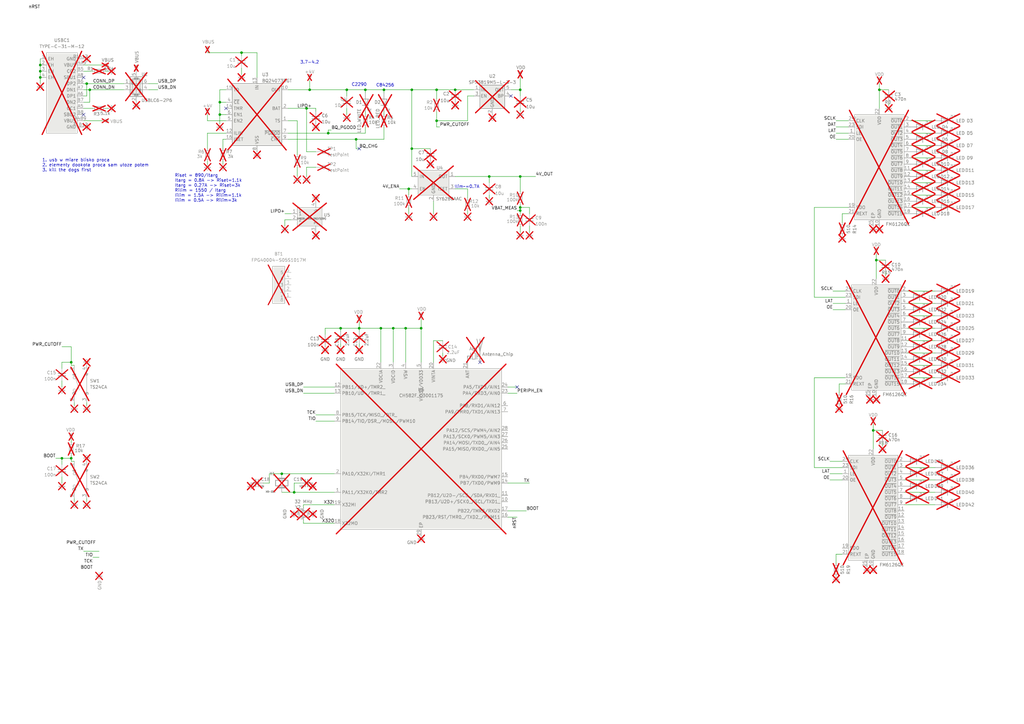
<source format=kicad_sch>
(kicad_sch (version 20250114) (generator "eeschema") (generator_version "9.0")
  (paper "A3")
  (text "C2290" (at 147.32 34.798 0) (effects (font (size 1.27 1.27))))
  (text "Ilim~=0.7A" (at 191.516 76.708 0) (effects (font (size 1.27 1.27))))
  (text "C84256" (at 157.988 35.052 0) (effects (font (size 1.27 1.27))))
  (text "3.7-4.2" (at 127 25.654 0) (effects (font (size 1.27 1.27))))
  (text "1. usb w miare blisko proca\n2. elementy dookoła proca sam ułoze potem\n3. kill the dogs first" (at 17.272 67.818 0) (effects (font (size 1.27 1.27)) (justify left)))
  (text "Riset = 890/Itarg\nItarg = 0.8A -> Riset=1.1k\nItarg = 0.27A -> Riset=3k\nRilim = 1550 / Itarg\nIilim = 1.5A -> Rilim=1.1k\nIilim = 0.5A -> Rilim=3k" (at 71.628 83.058 0) (effects (font (size 1.27 1.27)) (justify left bottom)))
  (junction (at 179.07 49.53))
  (junction (at 146.05 57.15))
  (junction (at 167.64 77.47))
  (junction (at 172.72 134.62))
  (junction (at 99.06 21.59))
  (junction (at 29.21 148.59))
  (junction (at 147.32 134.62))
  (junction (at 358.14 176.53))
  (junction (at 35.56 34.29))
  (junction (at 179.07 36.83))
  (junction (at 16.51 29.21))
  (junction (at 134.62 54.61))
  (junction (at 29.21 187.96))
  (junction (at 16.51 31.75))
  (junction (at 16.51 26.67))
  (junction (at 213.36 85.09))
  (junction (at 213.36 72.39))
  (junction (at 166.37 134.62))
  (junction (at 142.24 36.83))
  (junction (at 213.36 86.36))
  (junction (at 25.4 187.96))
  (junction (at 127 36.83))
  (junction (at 90.17 46.99))
  (junction (at 149.86 36.83))
  (junction (at 200.66 72.39))
  (junction (at 125.73 44.45))
  (junction (at 139.7 134.62))
  (junction (at 115.57 194.31))
  (junction (at 90.17 41.91))
  (junction (at 168.91 36.83))
  (junction (at 360.68 36.83))
  (junction (at 157.48 36.83))
  (junction (at 156.21 134.62))
  (junction (at 213.36 36.83))
  (junction (at 161.29 134.62))
  (junction (at 359.41 106.68))
  (junction (at 36.83 36.83))
  (junction (at 186.69 36.83))
  (junction (at 120.65 201.93))
  (junction (at 168.91 60.96))
  (no_connect (at 196.85 148.59))
  (no_connect (at 147.32 60.96))
  (no_connect (at 34.29 31.75))
  (no_connect (at 34.29 46.99))
  (no_connect (at 92.71 44.45))
  (no_connect (at 209.55 39.37))
  (no_connect (at 212.09 158.75))
  (wire (pts (xy 370.84 201.93) (xy 383.54 201.93)))
  (wire (pts (xy 147.32 134.62) (xy 139.7 134.62)))
  (wire (pts (xy 161.29 134.62) (xy 156.21 134.62)))
  (wire (pts (xy 194.31 39.37) (xy 191.77 39.37)))
  (wire (pts (xy 191.77 86.36) (xy 191.77 87.63)))
  (wire (pts (xy 118.11 54.61) (xy 134.62 54.61)))
  (wire (pts (xy 179.07 45.72) (xy 179.07 49.53)))
  (wire (pts (xy 125.73 68.58) (xy 125.73 72.39)))
  (wire (pts (xy 92.71 57.15) (xy 91.44 57.15)))
  (wire (pts (xy 30.48 189.23) (xy 29.21 189.23)))
  (wire (pts (xy 179.07 49.53) (xy 191.77 49.53)))
  (wire (pts (xy 91.44 66.04) (xy 91.44 67.31)))
  (wire (pts (xy 186.69 36.83) (xy 194.31 36.83)))
  (wire (pts (xy 161.29 134.62) (xy 161.29 148.59)))
  (wire (pts (xy 135.89 53.34) (xy 134.62 53.34)))
  (wire (pts (xy 110.49 194.31) (xy 115.57 194.31)))
  (wire (pts (xy 64.77 36.83) (xy 60.96 36.83)))
  (wire (pts (xy 340.36 189.23) (xy 345.44 189.23)))
  (wire (pts (xy 344.17 157.48) (xy 344.17 161.29)))
  (wire (pts (xy 360.68 36.83) (xy 364.49 36.83)))
  (wire (pts (xy 99.06 21.59) (xy 105.41 21.59)))
  (wire (pts (xy 383.54 49.53) (xy 373.38 49.53)))
  (wire (pts (xy 383.54 69.85) (xy 373.38 69.85)))
  (wire (pts (xy 212.09 158.75) (xy 208.28 158.75)))
  (wire (pts (xy 180.34 52.07) (xy 179.07 52.07)))
  (wire (pts (xy 342.9 49.53) (xy 347.98 49.53)))
  (wire (pts (xy 213.36 85.09) (xy 213.36 86.36)))
  (wire (pts (xy 359.41 106.68) (xy 363.22 106.68)))
  (wire (pts (xy 127 36.83) (xy 142.24 36.83)))
  (wire (pts (xy 383.54 85.09) (xy 373.38 85.09)))
  (wire (pts (xy 217.17 87.63) (xy 217.17 85.09)))
  (wire (pts (xy 334.01 191.77) (xy 345.44 191.77)))
  (wire (pts (xy 133.35 134.62) (xy 139.7 134.62)))
  (wire (pts (xy 142.24 39.37) (xy 142.24 36.83)))
  (wire (pts (xy 157.48 36.83) (xy 157.48 38.1)))
  (wire (pts (xy 200.66 80.01) (xy 200.66 81.28)))
  (wire (pts (xy 334.01 154.94) (xy 334.01 191.77)))
  (wire (pts (xy 110.49 198.12) (xy 110.49 194.31)))
  (wire (pts (xy 118.11 57.15) (xy 146.05 57.15)))
  (wire (pts (xy 186.69 77.47) (xy 191.77 77.47)))
  (wire (pts (xy 166.37 134.62) (xy 161.29 134.62)))
  (wire (pts (xy 340.36 194.31) (xy 345.44 194.31)))
  (wire (pts (xy 213.36 86.36) (xy 213.36 87.63)))
  (wire (pts (xy 127 33.02) (xy 127 36.83)))
  (wire (pts (xy 383.54 64.77) (xy 373.38 64.77)))
  (wire (pts (xy 383.54 59.69) (xy 373.38 59.69)))
  (wire (pts (xy 105.41 21.59) (xy 105.41 31.75)))
  (wire (pts (xy 157.48 46.99) (xy 157.48 45.72)))
  (wire (pts (xy 213.36 36.83) (xy 213.36 31.75)))
  (wire (pts (xy 147.32 134.62) (xy 147.32 135.89)))
  (wire (pts (xy 346.71 157.48) (xy 344.17 157.48)))
  (wire (pts (xy 200.66 72.39) (xy 213.36 72.39)))
  (wire (pts (xy 217.17 198.12) (xy 208.28 198.12)))
  (wire (pts (xy 383.54 119.38) (xy 372.11 119.38)))
  (wire (pts (xy 147.32 132.08) (xy 147.32 134.62)))
  (wire (pts (xy 342.9 57.15) (xy 347.98 57.15)))
  (wire (pts (xy 213.36 92.71) (xy 213.36 95.25)))
  (wire (pts (xy 166.37 134.62) (xy 166.37 148.59)))
  (wire (pts (xy 34.29 226.06) (xy 40.64 226.06)))
  (wire (pts (xy 134.62 54.61) (xy 149.86 54.61)))
  (wire (pts (xy 372.11 134.62) (xy 383.54 134.62)))
  (wire (pts (xy 213.36 83.82) (xy 213.36 85.09)))
  (wire (pts (xy 364.49 41.91) (xy 364.49 43.18)))
  (wire (pts (xy 29.21 186.69) (xy 29.21 187.96)))
  (wire (pts (xy 99.06 21.59) (xy 85.09 21.59)))
  (wire (pts (xy 334.01 121.92) (xy 346.71 121.92)))
  (wire (pts (xy 346.71 154.94) (xy 334.01 154.94)))
  (wire (pts (xy 30.48 165.1) (xy 30.48 166.37)))
  (wire (pts (xy 121.92 49.53) (xy 121.92 63.5)))
  (wire (pts (xy 44.45 29.21) (xy 43.18 29.21)))
  (wire (pts (xy 30.48 204.47) (xy 30.48 205.74)))
  (wire (pts (xy 35.56 165.1) (xy 35.56 166.37)))
  (wire (pts (xy 29.21 142.24) (xy 29.21 148.59)))
  (wire (pts (xy 149.86 52.07) (xy 149.86 54.61)))
  (wire (pts (xy 340.36 196.85) (xy 345.44 196.85)))
  (wire (pts (xy 383.54 54.61) (xy 373.38 54.61)))
  (wire (pts (xy 92.71 41.91) (xy 90.17 41.91)))
  (wire (pts (xy 44.45 44.45) (xy 43.18 44.45)))
  (wire (pts (xy 129.54 62.23) (xy 125.73 62.23)))
  (wire (pts (xy 177.8 139.7) (xy 177.8 148.59)))
  (wire (pts (xy 29.21 180.34) (xy 29.21 181.61)))
  (wire (pts (xy 341.63 124.46) (xy 346.71 124.46)))
  (wire (pts (xy 124.46 158.75) (xy 137.16 158.75)))
  (wire (pts (xy 341.63 119.38) (xy 346.71 119.38)))
  (wire (pts (xy 342.9 227.33) (xy 342.9 231.14)))
  (wire (pts (xy 147.32 60.96) (xy 146.05 60.96)))
  (wire (pts (xy 85.09 54.61) (xy 85.09 60.96)))
  (wire (pts (xy 92.71 36.83) (xy 90.17 36.83)))
  (wire (pts (xy 149.86 46.99) (xy 149.86 45.72)))
  (wire (pts (xy 157.48 36.83) (xy 168.91 36.83)))
  (wire (pts (xy 137.16 170.18) (xy 129.54 170.18)))
  (wire (pts (xy 64.77 34.29) (xy 60.96 34.29)))
  (wire (pts (xy 120.65 201.93) (xy 137.16 201.93)))
  (wire (pts (xy 90.17 36.83) (xy 90.17 41.91)))
  (wire (pts (xy 191.77 77.47) (xy 191.77 81.28)))
  (wire (pts (xy 116.84 90.17) (xy 119.38 90.17)))
  (wire (pts (xy 115.57 194.31) (xy 137.16 194.31)))
  (wire (pts (xy 134.62 53.34) (xy 134.62 54.61)))
  (wire (pts (xy 16.51 29.21) (xy 16.51 31.75)))
  (wire (pts (xy 360.68 36.83) (xy 360.68 44.45)))
  (wire (pts (xy 36.83 36.83) (xy 50.8 36.83)))
  (wire (pts (xy 34.29 36.83) (xy 36.83 36.83)))
  (wire (pts (xy 34.29 49.53) (xy 41.91 49.53)))
  (wire (pts (xy 177.8 82.55) (xy 177.8 87.63)))
  (wire (pts (xy 179.07 36.83) (xy 179.07 40.64)))
  (wire (pts (xy 91.44 57.15) (xy 91.44 60.96)))
  (wire (pts (xy 168.91 36.83) (xy 179.07 36.83)))
  (wire (pts (xy 157.48 52.07) (xy 157.48 57.15)))
  (wire (pts (xy 147.32 140.97) (xy 147.32 142.24)))
  (wire (pts (xy 124.46 207.01) (xy 137.16 207.01)))
  (wire (pts (xy 342.9 54.61) (xy 347.98 54.61)))
  (wire (pts (xy 99.06 30.48) (xy 99.06 27.94)))
  (wire (pts (xy 25.4 187.96) (xy 25.4 190.5)))
  (wire (pts (xy 172.72 130.81) (xy 172.72 134.62)))
  (wire (pts (xy 29.21 189.23) (xy 29.21 187.96)))
  (wire (pts (xy 25.4 195.58) (xy 25.4 198.12)))
  (wire (pts (xy 172.72 134.62) (xy 172.72 148.59)))
  (wire (pts (xy 120.65 198.12) (xy 120.65 201.93)))
  (wire (pts (xy 370.84 191.77) (xy 383.54 191.77)))
  (wire (pts (xy 110.49 198.12) (xy 107.95 198.12)))
  (wire (pts (xy 16.51 26.67) (xy 16.51 29.21)))
  (wire (pts (xy 360.68 34.29) (xy 360.68 36.83)))
  (wire (pts (xy 213.36 72.39) (xy 213.36 78.74)))
  (wire (pts (xy 99.06 22.86) (xy 99.06 21.59)))
  (wire (pts (xy 372.11 139.7) (xy 383.54 139.7)))
  (wire (pts (xy 137.16 172.72) (xy 129.54 172.72)))
  (wire (pts (xy 370.84 207.01) (xy 383.54 207.01)))
  (wire (pts (xy 359.41 106.68) (xy 359.41 114.3)))
  (wire (pts (xy 29.21 149.86) (xy 29.21 148.59)))
  (wire (pts (xy 217.17 92.71) (xy 217.17 95.25)))
  (wire (pts (xy 118.11 49.53) (xy 121.92 49.53)))
  (wire (pts (xy 36.83 41.91) (xy 34.29 41.91)))
  (wire (pts (xy 157.48 36.83) (xy 149.86 36.83)))
  (wire (pts (xy 163.83 77.47) (xy 167.64 77.47)))
  (wire (pts (xy 179.07 52.07) (xy 179.07 49.53)))
  (wire (pts (xy 212.09 212.09) (xy 208.28 212.09)))
  (wire (pts (xy 383.54 80.01) (xy 373.38 80.01)))
  (wire (pts (xy 147.32 134.62) (xy 156.21 134.62)))
  (wire (pts (xy 36.83 36.83) (xy 36.83 41.91)))
  (wire (pts (xy 120.65 198.12) (xy 123.19 198.12)))
  (wire (pts (xy 115.57 201.93) (xy 120.65 201.93)))
  (wire (pts (xy 34.29 29.21) (xy 38.1 29.21)))
  (wire (pts (xy 142.24 46.99) (xy 142.24 44.45)))
  (wire (pts (xy 92.71 49.53) (xy 85.09 49.53)))
  (wire (pts (xy 121.92 68.58) (xy 121.92 72.39)))
  (wire (pts (xy 191.77 49.53) (xy 191.77 39.37)))
  (wire (pts (xy 215.9 209.55) (xy 208.28 209.55)))
  (wire (pts (xy 35.56 34.29) (xy 35.56 39.37)))
  (wire (pts (xy 35.56 204.47) (xy 35.56 205.74)))
  (wire (pts (xy 219.71 72.39) (xy 213.36 72.39)))
  (wire (pts (xy 129.54 68.58) (xy 125.73 68.58)))
  (wire (pts (xy 92.71 54.61) (xy 85.09 54.61)))
  (wire (pts (xy 149.86 36.83) (xy 149.86 38.1)))
  (wire (pts (xy 167.64 85.09) (xy 167.64 87.63)))
  (wire (pts (xy 38.1 228.6) (xy 40.64 228.6)))
  (wire (pts (xy 118.11 44.45) (xy 125.73 44.45)))
  (wire (pts (xy 34.29 39.37) (xy 35.56 39.37)))
  (wire (pts (xy 213.36 36.83) (xy 213.36 39.37)))
  (wire (pts (xy 25.4 148.59) (xy 25.4 151.13)))
  (wire (pts (xy 34.29 26.67) (xy 41.91 26.67)))
  (wire (pts (xy 167.64 77.47) (xy 168.91 77.47)))
  (wire (pts (xy 118.11 36.83) (xy 127 36.83)))
  (wire (pts (xy 347.98 85.09) (xy 334.01 85.09)))
  (wire (pts (xy 372.11 154.94) (xy 383.54 154.94)))
  (wire (pts (xy 116.84 92.71) (xy 116.84 90.17)))
  (wire (pts (xy 133.35 137.16) (xy 133.35 134.62)))
  (wire (pts (xy 142.24 36.83) (xy 149.86 36.83)))
  (wire (pts (xy 217.17 85.09) (xy 213.36 85.09)))
  (wire (pts (xy 166.37 134.62) (xy 172.72 134.62)))
  (wire (pts (xy 16.51 24.13) (xy 16.51 26.67)))
  (wire (pts (xy 146.05 57.15) (xy 157.48 57.15)))
  (wire (pts (xy 30.48 149.86) (xy 29.21 149.86)))
  (wire (pts (xy 213.36 44.45) (xy 213.36 45.72)))
  (wire (pts (xy 116.84 87.63) (xy 119.38 87.63)))
  (wire (pts (xy 34.29 44.45) (xy 38.1 44.45)))
  (wire (pts (xy 124.46 208.28) (xy 124.46 207.01)))
  (wire (pts (xy 139.7 134.62) (xy 139.7 135.89)))
  (wire (pts (xy 212.09 161.29) (xy 208.28 161.29)))
  (wire (pts (xy 25.4 156.21) (xy 25.4 158.75)))
  (wire (pts (xy 90.17 46.99) (xy 90.17 50.8)))
  (wire (pts (xy 92.71 46.99) (xy 90.17 46.99)))
  (wire (pts (xy 181.61 146.05) (xy 181.61 144.78)))
  (wire (pts (xy 124.46 161.29) (xy 137.16 161.29)))
  (wire (pts (xy 358.14 176.53) (xy 361.95 176.53)))
  (wire (pts (xy 358.14 173.99) (xy 358.14 176.53)))
  (wire (pts (xy 34.29 34.29) (xy 35.56 34.29)))
  (wire (pts (xy 383.54 74.93) (xy 373.38 74.93)))
  (wire (pts (xy 370.84 196.85) (xy 383.54 196.85)))
  (wire (pts (xy 168.91 36.83) (xy 168.91 60.96)))
  (wire (pts (xy 167.64 77.47) (xy 167.64 80.01)))
  (wire (pts (xy 125.73 44.45) (xy 125.73 62.23)))
  (wire (pts (xy 179.07 36.83) (xy 186.69 36.83)))
  (wire (pts (xy 181.61 139.7) (xy 177.8 139.7)))
  (wire (pts (xy 334.01 85.09) (xy 334.01 121.92)))
  (wire (pts (xy 25.4 142.24) (xy 29.21 142.24)))
  (wire (pts (xy 209.55 36.83) (xy 213.36 36.83)))
  (wire (pts (xy 200.66 72.39) (xy 200.66 74.93)))
  (wire (pts (xy 345.44 87.63) (xy 345.44 91.44)))
  (wire (pts (xy 168.91 72.39) (xy 168.91 60.96)))
  (wire (pts (xy 90.17 41.91) (xy 90.17 46.99)))
  (wire (pts (xy 345.44 227.33) (xy 342.9 227.33)))
  (wire (pts (xy 129.54 45.72) (xy 129.54 44.45)))
  (wire (pts (xy 137.16 214.63) (xy 124.46 214.63)))
  (wire (pts (xy 25.4 187.96) (xy 22.86 187.96)))
  (wire (pts (xy 29.21 148.59) (xy 25.4 148.59)))
  (wire (pts (xy 212.09 86.36) (xy 213.36 86.36)))
  (wire (pts (xy 156.21 134.62) (xy 156.21 148.59)))
  (wire (pts (xy 342.9 52.07) (xy 347.98 52.07)))
  (wire (pts (xy 146.05 57.15) (xy 146.05 60.96)))
  (wire (pts (xy 124.46 214.63) (xy 124.46 213.36)))
  (wire (pts (xy 139.7 140.97) (xy 139.7 142.24)))
  (wire (pts (xy 16.51 31.75) (xy 16.51 34.29)))
  (wire (pts (xy 359.41 104.14) (xy 359.41 106.68)))
  (wire (pts (xy 372.11 149.86) (xy 383.54 149.86)))
  (wire (pts (xy 372.11 144.78) (xy 383.54 144.78)))
  (wire (pts (xy 186.69 72.39) (xy 200.66 72.39)))
  (wire (pts (xy 347.98 87.63) (xy 345.44 87.63)))
  (wire (pts (xy 363.22 111.76) (xy 363.22 113.03)))
  (wire (pts (xy 358.14 176.53) (xy 358.14 184.15)))
  (wire (pts (xy 372.11 129.54) (xy 383.54 129.54)))
  (wire (pts (xy 85.09 49.53) (xy 85.09 46.99)))
  (wire (pts (xy 361.95 181.61) (xy 361.95 182.88)))
  (wire (pts (xy 35.56 34.29) (xy 50.8 34.29)))
  (wire (pts (xy 85.09 66.04) (xy 85.09 67.31)))
  (wire (pts (xy 129.54 44.45) (xy 125.73 44.45)))
  (wire (pts (xy 341.63 127) (xy 346.71 127)))
  (wire (pts (xy 29.21 187.96) (xy 25.4 187.96)))
  (wire (pts (xy 383.54 124.46) (xy 372.11 124.46)))
  (wire (pts (xy 168.91 60.96) (xy 176.53 60.96)))
  (label "BQ_CHG" (at 147.32 60.96 0))
  (label "VBAT_MEAS" (at 212.09 86.36 180))
  (label "LAT" (at 342.9 54.61 180))
  (label "X32O" (at 137.16 214.63 180))
  (label "SCLK" (at 340.36 189.23 180))
  (label "USB_DN" (at 124.46 161.29 180))
  (label "4V_ENA" (at 163.83 77.47 180))
  (label "BOOT" (at 215.9 209.55 0))
  (label "CONN_DN" (at 38.1 36.83 0))
  (label "PWR_CUTOFF" (at 39.37 223.52 180))
  (label "OE" (at 340.36 196.85 180))
  (label "nRST" (at 212.09 212.09 270))
  (label "BQ_PGOOD" (at 135.89 53.34 0))
  (label "PWR_CUTOFF" (at 25.4 142.24 180))
  (label "X32I" (at 137.16 207.01 180))
  (label "SCLK" (at 341.63 119.38 180))
  (label "TCK" (at 38.1 231.14 180))
  (label "PERIPH_EN" (at 212.09 161.29 0))
  (label "TX" (at 217.17 198.12 180))
  (label "LAT" (at 340.36 194.31 180))
  (label "CONN_DP" (at 38.1 34.29 0))
  (label "4V_OUT" (at 219.71 72.39 0))
  (label "USB_DP" (at 64.77 34.29 0))
  (label "OE" (at 342.9 57.15 180))
  (label "USB_DN" (at 64.77 36.83 0))
  (label "LIPO+" (at 121.8655 44.45 0))
  (label "BOOT" (at 38.1 233.68 180))
  (label "LIPO+" (at 116.84 87.63 180))
  (label "DAT" (at 342.9 52.07 180))
  (label "PWR_CUTOFF" (at 180.34 52.07 0))
  (label "TCK" (at 129.54 170.18 180))
  (label "OE" (at 341.63 127 180))
  (label "TIO" (at 38.1 228.6 180))
  (label "LAT" (at 341.63 124.46 180))
  (label "TIO" (at 129.54 172.72 180))
  (label "nRST" (at 16.51 3.81 180))
  (label "USB_DP" (at 124.46 158.75 180))
  (label "TX" (at 34.29 226.06 180))
  (label "SCLK" (at 342.9 49.53 180))
  (label "BOOT" (at 22.86 187.96 180))
  (symbol (lib_name "LED_1") (lib_id "Device:LED") (at 374.65 189.23 180) (unit 1) (exclude_from_sim yes) (in_bom no) (on_board no) (dnp yes)
    (property "Reference" "D35" (at 385.064 189.23 0))
    (property "Value" "LED" (at 381.254 189.23 0))
    (property "Footprint" "LED_SMD:LED_0402_1005Metric" (effects (hide yes)))
    (property "Description" "Light emitting diode" (effects (hide yes)))
    (property "Sim.Pins" "1=K 2=A" (effects (hide yes)))
  )
  (symbol (lib_id "power:GND") (at 34.29 24.13 90) (unit 1) (exclude_from_sim yes) (in_bom no) (on_board no) (dnp yes)
    (property "Reference" "#PWR02" (effects (hide yes)))
    (property "Value" "GND" (effects (hide yes)))
  )
  (symbol (lib_name "LED_1") (lib_id "Device:LED") (at 387.35 64.77 180) (unit 1) (exclude_from_sim yes) (in_bom no) (on_board no) (dnp yes)
    (property "Reference" "D9" (at 397.764 64.77 0))
    (property "Value" "LED" (at 393.954 64.77 0))
    (property "Footprint" "LED_SMD:LED_0201_0603Metric" (effects (hide yes)))
    (property "Description" "Light emitting diode" (effects (hide yes)))
    (property "Sim.Pins" "1=K 2=A" (effects (hide yes)))
  )
  (symbol (lib_id "Power_Protection:USBLC6-2P6") (at 55.88 34.29 0) (unit 1) (exclude_from_sim yes) (in_bom no) (on_board no) (dnp yes)
    (property "Reference" "U1" (at 57.912 30.48 0) (effects (justify left)))
    (property "Value" "USBLC6-2P6" (at 57.912 41.148 0) (effects (justify left)))
    (property "Footprint" "Package_TO_SOT_SMD:SOT-666" (effects (hide yes)))
    (property "Datasheet" "https://www.st.com/resource/en/datasheet/usblc6-2.pdf" (effects (hide yes)))
    (property "Description" "Very low capacitance ESD protection diode, 2 data-line, SOT-666" (effects (hide yes)))
    (property "LCSC" "C2827693" (effects (hide yes)))
  )
  (symbol (lib_name "LED_1") (lib_id "Device:LED") (at 387.35 80.01 180) (unit 1) (exclude_from_sim yes) (in_bom no) (on_board no) (dnp yes)
    (property "Reference" "D15" (at 397.764 80.01 0))
    (property "Value" "LED" (at 393.954 80.01 0))
    (property "Footprint" "LED_SMD:LED_0402_1005Metric" (effects (hide yes)))
    (property "Description" "Light emitting diode" (effects (hide yes)))
    (property "Sim.Pins" "1=K 2=A" (effects (hide yes)))
  )
  (symbol (lib_name "LED_1") (lib_id "Device:LED") (at 387.35 129.54 180) (unit 1) (exclude_from_sim yes) (in_bom no) (on_board no) (dnp yes)
    (property "Reference" "D23" (at 397.764 129.54 0))
    (property "Value" "LED" (at 393.954 129.54 0))
    (property "Footprint" "LED_SMD:LED_0603_1608Metric" (effects (hide yes)))
    (property "Description" "Light emitting diode" (effects (hide yes)))
    (property "Sim.Pins" "1=K 2=A" (effects (hide yes)))
  )
  (symbol (lib_name "LED_1") (lib_id "Device:LED") (at 375.92 157.48 180) (unit 1) (exclude_from_sim yes) (in_bom no) (on_board no) (dnp yes)
    (property "Reference" "D34" (at 386.334 157.48 0))
    (property "Value" "LED" (at 382.524 157.48 0))
    (property "Footprint" "LED_SMD:LED_0402_1005Metric" (effects (hide yes)))
    (property "Description" "Light emitting diode" (effects (hide yes)))
    (property "Sim.Pins" "1=K 2=A" (effects (hide yes)))
  )
  (symbol (lib_name "LED_1") (lib_id "Device:LED") (at 375.92 152.4 180) (unit 1) (exclude_from_sim yes) (in_bom no) (on_board no) (dnp yes)
    (property "Reference" "D32" (at 386.334 152.4 0))
    (property "Value" "LED" (at 382.524 152.4 0))
    (property "Footprint" "LED_SMD:LED_0402_1005Metric" (effects (hide yes)))
    (property "Description" "Light emitting diode" (effects (hide yes)))
    (property "Sim.Pins" "1=K 2=A" (effects (hide yes)))
  )
  (symbol (lib_id "Device:C_Small") (at 99.06 25.4 0) (mirror y) (unit 1) (exclude_from_sim yes) (in_bom no) (on_board no) (dnp yes)
    (property "Reference" "C1" (at 96.7359 24.5716 0) (effects (justify left)))
    (property "Value" "10u" (at 96.7359 27.1085 0) (effects (justify left)))
    (property "Footprint" "Capacitor_SMD:C_0603_1608Metric" (effects (hide yes)))
    (property "LCSC" "C96446" (effects (hide yes)))
  )
  (symbol (lib_id "power:GND") (at 358.14 232.41 0) (unit 1) (exclude_from_sim yes) (in_bom no) (on_board no) (dnp yes)
    (property "Reference" "#PWR070" (effects (hide yes)))
    (property "Value" "GND" (effects (hide yes)))
  )
  (symbol (lib_id "Project_Symbols:FM6126QC") (at 359.41 133.35 0) (unit 1) (exclude_from_sim yes) (in_bom no) (on_board no) (dnp yes)
    (property "Reference" "R15" (at 361.5533 111.76 0) (effects (justify left)))
    (property "Value" "FM6126QC" (at 361.95 161.798 0) (effects (justify left)))
    (property "Footprint" "easyeda2kicad:TQFN-24_L4.0-W4.0-P0.50-BL-EP2.6" (effects (hide yes)))
    (property "LCSC Part" "C2844290" (effects (hide yes)))
  )
  (symbol (lib_name "LED_1") (lib_id "Device:LED") (at 377.19 87.63 180) (unit 1) (exclude_from_sim yes) (in_bom no) (on_board no) (dnp yes)
    (property "Reference" "D18" (at 387.604 87.63 0))
    (property "Value" "LED" (at 383.794 87.63 0))
    (property "Footprint" "LED_SMD:LED_0603_1608Metric" (effects (hide yes)))
    (property "Description" "Light emitting diode" (effects (hide yes)))
    (property "Sim.Pins" "1=K 2=A" (effects (hide yes)))
  )
  (symbol (lib_id "power:GND") (at 133.35 142.24 0) (mirror y) (unit 1) (exclude_from_sim yes) (in_bom no) (on_board no) (dnp yes)
    (property "Reference" "#PWR045" (effects (hide yes)))
    (property "Value" "GND" (at 133.35 147.32 0))
    (property "Description" "Power symbol creates a global label with name \"GND\" , ground" (effects (hide yes)))
  )
  (symbol (lib_id "power:VBUS") (at 41.91 49.53 270) (unit 1) (exclude_from_sim yes) (in_bom no) (on_board no) (dnp yes)
    (property "Reference" "#PWR019" (effects (hide yes)))
    (property "Value" "VBUS" (at 47.752 49.784 90))
  )
  (symbol (lib_id "power:GND") (at 35.56 205.74 0) (mirror y) (unit 1) (exclude_from_sim yes) (in_bom no) (on_board no) (dnp yes)
    (property "Reference" "#PWR064" (effects (hide yes)))
    (property "Value" "GND" (effects (hide yes)))
  )
  (symbol (lib_name "LED_1") (lib_id "Device:LED") (at 387.35 54.61 180) (unit 1) (exclude_from_sim yes) (in_bom no) (on_board no) (dnp yes)
    (property "Reference" "D5" (at 397.764 54.61 0))
    (property "Value" "LED" (at 393.954 54.61 0))
    (property "Footprint" "LED_SMD:LED_0402_1005Metric" (effects (hide yes)))
    (property "Description" "Light emitting diode" (effects (hide yes)))
    (property "Sim.Pins" "1=K 2=A" (effects (hide yes)))
  )
  (symbol (lib_id "power:GND") (at 25.4 198.12 0) (mirror y) (unit 1) (exclude_from_sim yes) (in_bom no) (on_board no) (dnp yes)
    (property "Reference" "#PWR060" (effects (hide yes)))
    (property "Value" "GND" (effects (hide yes)))
  )
  (symbol (lib_name "LED_1") (lib_id "Device:LED") (at 387.35 124.46 180) (unit 1) (exclude_from_sim yes) (in_bom no) (on_board no) (dnp yes)
    (property "Reference" "D21" (at 397.764 124.46 0))
    (property "Value" "LED" (at 393.954 124.46 0))
    (property "Footprint" "LED_SMD:LED_0603_1608Metric" (effects (hide yes)))
    (property "Description" "Light emitting diode" (effects (hide yes)))
    (property "Sim.Pins" "1=K 2=A" (effects (hide yes)))
  )
  (symbol (lib_id "power:GND") (at 121.92 210.82 270) (unit 1) (exclude_from_sim yes) (in_bom no) (on_board no) (dnp yes)
    (property "Reference" "#PWR065" (effects (hide yes)))
    (property "Value" "GND" (at 116.84 210.82 0))
    (property "Description" "Power symbol creates a global label with name \"GND\" , ground" (effects (hide yes)))
  )
  (symbol (lib_id "Device:C_Small") (at 363.22 109.22 0) (unit 1) (exclude_from_sim yes) (in_bom no) (on_board no) (dnp yes)
    (property "Reference" "C10" (at 365.5441 108.5826 0) (effects (justify left)))
    (property "Value" "470n" (at 365.5441 110.5036 0) (effects (justify left)))
    (property "Footprint" "Capacitor_SMD:C_1206_3216Metric" (effects (hide yes)))
    (property "LCSC" "C52923" (effects (hide yes)))
  )
  (symbol (lib_id "power:GND") (at 25.4 158.75 0) (mirror y) (unit 1) (exclude_from_sim yes) (in_bom no) (on_board no) (dnp yes)
    (property "Reference" "#PWR050" (effects (hide yes)))
    (property "Value" "GND" (effects (hide yes)))
  )
  (symbol (lib_name "LED_1") (lib_id "Device:LED") (at 375.92 132.08 180) (unit 1) (exclude_from_sim yes) (in_bom no) (on_board no) (dnp yes)
    (property "Reference" "D24" (at 386.334 132.08 0))
    (property "Value" "LED" (at 382.524 132.08 0))
    (property "Footprint" "LED_SMD:LED_0603_1608Metric" (effects (hide yes)))
    (property "Description" "Light emitting diode" (effects (hide yes)))
    (property "Sim.Pins" "1=K 2=A" (effects (hide yes)))
  )
  (symbol (lib_id "Device:R_Small") (at 40.64 44.45 90) (unit 1) (exclude_from_sim yes) (in_bom no) (on_board no) (dnp yes)
    (property "Reference" "R3" (at 39.624 46.736 90))
    (property "Value" "5.1k" (at 43.18 46.482 90))
    (property "Footprint" "Resistor_SMD:R_0402_1005Metric" (effects (hide yes)))
    (property "LCSC" "C25905" (effects (hide yes)))
  )
  (symbol (lib_id "Device:Crystal") (at 115.57 198.12 270) (unit 1) (exclude_from_sim yes) (in_bom no) (on_board no) (dnp yes)
    (property "Reference" "Y1" (at 111.76 194.31 90))
    (property "Value" "XO-32K" (at 110.998 201.676 90) (effects (font (size 0.65 0.65))))
    (property "Footprint" "Crystal:Crystal_SMD_2012-2Pin_2.0x1.2mm" (effects (hide yes)))
    (property "Description" "Two pin crystal" (effects (hide yes)))
    (property "LCSC" "C7500573" (effects (hide yes)))
  )
  (symbol (lib_id "Device:R_Small") (at 213.36 81.28 180) (unit 1) (exclude_from_sim yes) (in_bom no) (on_board no) (dnp yes)
    (property "Reference" "R10" (at 210.82 80.01 0))
    (property "Value" "100k" (at 210.185 81.915 0))
    (property "Footprint" "Resistor_SMD:R_0402_1005Metric" (effects (hide yes)))
    (property "LCSC" "C25741" (effects (hide yes)))
  )
  (symbol (lib_id "power:GND") (at 191.77 87.63 0) (mirror y) (unit 1) (exclude_from_sim yes) (in_bom no) (on_board no) (dnp yes)
    (property "Reference" "#PWR033" (effects (hide yes)))
    (property "Value" "GND" (effects (hide yes)))
  )
  (symbol (lib_id "easyeda2kicad:CH582F_C3001175") (at 172.72 184.15 0) (unit 1) (exclude_from_sim yes) (in_bom no) (on_board no) (dnp yes)
    (property "Reference" "U6" (at 172.72 159.8125 0))
    (property "Value" "CH582F_C3001175" (at 172.72 162.2368 0))
    (property "Footprint" "easyeda2kicad:QFN-28_L4.0-W4.0-P0.40-BL-EP2.8" (effects (hide yes)))
    (property "LCSC" "C3001175" (effects (hide yes)))
  )
  (symbol (lib_id "easyeda2kicad:SM02B-GHS-TB(LF)(SN)") (at 124.46 90.17 0) (unit 1) (exclude_from_sim yes) (in_bom no) (on_board no) (dnp yes)
    (property "Reference" "U5" (at 132.715 88.1865 0) (effects (justify left)))
    (property "Value" "SM02B-GHS-TB(LF)(SN)" (at 121.666 89.662 0) (effects (font (size 0.65 0.65)) (justify left)))
    (property "Footprint" "easyeda2kicad:CONN-SMD_SM02B-GHS-TB-LF-SN" (effects (hide yes)))
    (property "Datasheet" "https://lcsc.com/product-detail/Connectors_JST-Sales-America_SM02B-GHS-TB-LF-SN_JST-Sales-America-SM02B-GHS-TB-LF-SN_C189893.html" (effects (hide yes)))
    (property "LCSC" "C189893" (effects (hide yes)))
  )
  (symbol (lib_id "Device:R_Small") (at 85.09 63.5 180) (unit 1) (exclude_from_sim yes) (in_bom no) (on_board no) (dnp yes)
    (property "Reference" "R6" (at 82.55 62.23 0))
    (property "Value" "3k" (at 81.915 64.135 0))
    (property "Footprint" "Resistor_SMD:R_0402_1005Metric" (effects (hide yes)))
    (property "LCSC" "C25890" (effects (hide yes)))
  )
  (symbol (lib_id "Device:R_Small") (at 345.44 93.98 0) (unit 1) (exclude_from_sim yes) (in_bom no) (on_board no) (dnp yes)
    (property "Reference" "R14" (at 350.52 93.98 90))
    (property "Value" "510" (at 347.98 93.98 90))
    (property "Footprint" "Resistor_SMD:R_1206_3216Metric" (effects (hide yes)))
    (property "LCSC" "C25123" (effects (hide yes)))
  )
  (symbol (lib_id "power:GND") (at 167.64 87.63 0) (mirror y) (unit 1) (exclude_from_sim yes) (in_bom no) (on_board no) (dnp yes)
    (property "Reference" "#PWR031" (effects (hide yes)))
    (property "Value" "GND" (effects (hide yes)))
  )
  (symbol (lib_id "Device:C_Small") (at 25.4 153.67 0) (mirror y) (unit 1) (exclude_from_sim yes) (in_bom no) (on_board no) (dnp yes)
    (property "Reference" "C15" (at 23.0759 152.8416 0) (effects (justify left)))
    (property "Value" "100n" (at 23.0759 155.3785 0) (effects (justify left)))
    (property "Footprint" "Capacitor_SMD:C_0402_1005Metric" (effects (hide yes)))
  )
  (symbol (lib_id "Device:C_Small") (at 147.32 138.43 0) (mirror y) (unit 1) (exclude_from_sim yes) (in_bom no) (on_board no) (dnp yes)
    (property "Reference" "C12" (at 145.796 142.24 90) (effects (justify left)))
    (property "Value" "2.2uF" (at 150.368 141.986 90) (effects (justify left)))
    (property "Footprint" "Capacitor_SMD:C_0402_1005Metric" (effects (hide yes)))
    (property "Description" "10v 2.2uF" (effects (hide yes)))
  )
  (symbol (lib_id "power:GND") (at 16.51 34.29 0) (unit 1) (exclude_from_sim yes) (in_bom no) (on_board no) (dnp yes)
    (property "Reference" "#PWR09" (effects (hide yes)))
    (property "Value" "GND" (effects (hide yes)))
  )
  (symbol (lib_id "Device:R_Small") (at 40.64 29.21 90) (mirror x) (unit 1) (exclude_from_sim yes) (in_bom no) (on_board no) (dnp yes)
    (property "Reference" "R1" (at 37.084 28.194 90))
    (property "Value" "5.1k" (at 44.704 28.194 90))
    (property "Footprint" "Resistor_SMD:R_0402_1005Metric" (effects (hide yes)))
    (property "LCSC" "C25905" (effects (hide yes)))
  )
  (symbol (lib_id "Device:Antenna_Chip") (at 194.31 146.05 0) (unit 1) (exclude_from_sim yes) (in_bom no) (on_board no) (dnp yes)
    (property "Reference" "AE1" (at 196.088 143.002 0) (effects (justify right)))
    (property "Value" "Antenna_Chip" (at 210.566 145.288 0) (effects (justify right)))
    (property "Footprint" "RF_Antenna:Johanson_2450AT18x100" (effects (hide yes)))
    (property "Description" "Ceramic chip antenna with pin for PCB trace" (effects (hide yes)))
    (property "LCSC" "C127629" (effects (hide yes)))
  )
  (symbol (lib_id "power:GND") (at 44.45 44.45 90) (mirror x) (unit 1) (exclude_from_sim yes) (in_bom no) (on_board no) (dnp yes)
    (property "Reference" "#PWR014" (effects (hide yes)))
    (property "Value" "GND" (effects (hide yes)))
  )
  (symbol (lib_id "Device:C_Small") (at 139.7 138.43 0) (mirror y) (unit 1) (exclude_from_sim yes) (in_bom no) (on_board no) (dnp yes)
    (property "Reference" "C11" (at 138.176 142.24 90) (effects (justify left)))
    (property "Value" "2.2uF" (at 142.494 141.986 90) (effects (justify left)))
    (property "Footprint" "Capacitor_SMD:C_0402_1005Metric" (effects (hide yes)))
    (property "Description" "10v 2.2uF" (effects (hide yes)))
  )
  (symbol (lib_id "power:GND") (at 359.41 162.56 0) (unit 1) (exclude_from_sim yes) (in_bom no) (on_board no) (dnp yes)
    (property "Reference" "#PWR052" (effects (hide yes)))
    (property "Value" "GND" (effects (hide yes)))
  )
  (symbol (lib_name "LED_1") (lib_id "Device:LED") (at 387.35 196.85 180) (unit 1) (exclude_from_sim yes) (in_bom no) (on_board no) (dnp yes)
    (property "Reference" "D38" (at 397.764 196.85 0))
    (property "Value" "LED" (at 393.954 196.85 0))
    (property "Footprint" "LED_SMD:LED_0603_1608Metric" (effects (hide yes)))
    (property "Description" "Light emitting diode" (effects (hide yes)))
    (property "Sim.Pins" "1=K 2=A" (effects (hide yes)))
  )
  (symbol (lib_id "Device:R_Small") (at 167.64 82.55 180) (unit 1) (exclude_from_sim yes) (in_bom no) (on_board no) (dnp yes)
    (property "Reference" "R11" (at 163.83 81.28 0))
    (property "Value" "100k" (at 163.83 83.566 0))
    (property "Footprint" "Resistor_SMD:R_0402_1005Metric" (effects (hide yes)))
    (property "LCSC" "C25741" (effects (hide yes)))
  )
  (symbol (lib_id "power:VDD") (at 359.41 104.14 0) (unit 1) (exclude_from_sim yes) (in_bom no) (on_board no) (dnp yes)
    (property "Reference" "#PWR041" (effects (hide yes)))
    (property "Value" "VDD" (at 359.41 100.33 0))
  )
  (symbol (lib_id "power:GND") (at 35.56 166.37 0) (mirror y) (unit 1) (exclude_from_sim yes) (in_bom no) (on_board no) (dnp yes)
    (property "Reference" "#PWR054" (effects (hide yes)))
    (property "Value" "GND" (effects (hide yes)))
  )
  (symbol (lib_id "power:GND") (at 213.36 45.72 0) (unit 1) (exclude_from_sim yes) (in_bom no) (on_board no) (dnp yes)
    (property "Reference" "#PWR015" (effects (hide yes)))
    (property "Value" "GND" (effects (hide yes)))
  )
  (symbol (lib_name "LED_1") (lib_id "Device:LED") (at 387.35 59.69 180) (unit 1) (exclude_from_sim yes) (in_bom no) (on_board no) (dnp yes)
    (property "Reference" "D7" (at 397.764 59.69 0))
    (property "Value" "LED" (at 393.954 59.69 0))
    (property "Footprint" "LED_SMD:LED_0201_0603Metric" (effects (hide yes)))
    (property "Description" "Light emitting diode" (effects (hide yes)))
    (property "Sim.Pins" "1=K 2=A" (effects (hide yes)))
  )
  (symbol (lib_id "Battery_Management:BQ24073RGT") (at 105.41 46.99 0) (unit 1) (exclude_from_sim yes) (in_bom no) (on_board no) (dnp yes)
    (property "Reference" "U3" (at 107.4294 30.5902 0) (effects (justify left)))
    (property "Value" "BQ24073RGT" (at 107.4294 33.1271 0) (effects (justify left)))
    (property "Footprint" "Package_DFN_QFN:VQFN-16-1EP_3x3mm_P0.5mm_EP1.6x1.6mm_ThermalVias" (effects (hide yes)))
    (property "Datasheet" "http://www.ti.com/lit/ds/symlink/bq24073.pdf" (effects (hide yes)))
    (property "LCSC" "C15220" (effects (hide yes)))
  )
  (symbol (lib_id "Device:C_Small") (at 361.95 179.07 0) (unit 1) (exclude_from_sim yes) (in_bom no) (on_board no) (dnp yes)
    (property "Reference" "C16" (at 364.2741 178.4326 0) (effects (justify left)))
    (property "Value" "470n" (at 364.2741 180.3536 0) (effects (justify left)))
    (property "Footprint" "Capacitor_SMD:C_1206_3216Metric" (effects (hide yes)))
    (property "LCSC" "C52923" (effects (hide yes)))
  )
  (symbol (lib_name "LED_1") (lib_id "Device:LED") (at 387.35 139.7 180) (unit 1) (exclude_from_sim yes) (in_bom no) (on_board no) (dnp yes)
    (property "Reference" "D27" (at 397.764 139.7 0))
    (property "Value" "LED" (at 393.954 139.7 0))
    (property "Footprint" "LED_SMD:LED_0603_1608Metric" (effects (hide yes)))
    (property "Description" "Light emitting diode" (effects (hide yes)))
    (property "Sim.Pins" "1=K 2=A" (effects (hide yes)))
  )
  (symbol (lib_id "Device:C_Small") (at 181.61 142.24 0) (mirror x) (unit 1) (exclude_from_sim yes) (in_bom no) (on_board no) (dnp yes)
    (property "Reference" "C14" (at 183.642 142.24 0) (effects (justify left)))
    (property "Value" "2.2uF" (at 183.134 144.526 0) (effects (justify left)))
    (property "Footprint" "Capacitor_SMD:C_0402_1005Metric" (effects (hide yes)))
    (property "Description" "10v 2.2uF" (effects (hide yes)))
  )
  (symbol (lib_id "power:GND") (at 121.92 72.39 0) (unit 1) (exclude_from_sim yes) (in_bom no) (on_board no) (dnp yes)
    (property "Reference" "#PWR027" (effects (hide yes)))
    (property "Value" "GND" (effects (hide yes)))
  )
  (symbol (lib_name "LED_1") (lib_id "Device:LED") (at 375.92 147.32 180) (unit 1) (exclude_from_sim yes) (in_bom no) (on_board no) (dnp yes)
    (property "Reference" "D30" (at 386.334 147.32 0))
    (property "Value" "LED" (at 382.524 147.32 0))
    (property "Footprint" "LED_SMD:LED_0402_1005Metric" (effects (hide yes)))
    (property "Description" "Light emitting diode" (effects (hide yes)))
    (property "Sim.Pins" "1=K 2=A" (effects (hide yes)))
  )
  (symbol (lib_id "power:GND") (at 44.45 29.21 90) (unit 1) (exclude_from_sim yes) (in_bom no) (on_board no) (dnp yes)
    (property "Reference" "#PWR04" (effects (hide yes)))
    (property "Value" "GND" (effects (hide yes)))
  )
  (symbol (lib_name "LED_1") (lib_id "Device:LED") (at 374.65 204.47 180) (unit 1) (exclude_from_sim yes) (in_bom no) (on_board no) (dnp yes)
    (property "Reference" "D41" (at 385.064 204.47 0))
    (property "Value" "LED" (at 381.254 204.47 0))
    (property "Footprint" "LED_SMD:LED_0603_1608Metric" (effects (hide yes)))
    (property "Description" "Light emitting diode" (effects (hide yes)))
    (property "Sim.Pins" "1=K 2=A" (effects (hide yes)))
  )
  (symbol (lib_id "easyeda2kicad:SY6280AAC") (at 177.8 74.93 0) (unit 1) (exclude_from_sim yes) (in_bom no) (on_board no) (dnp yes)
    (property "Reference" "U4" (at 180.34 68.834 0))
    (property "Value" "SY6280AAC" (at 184.15 81.534 0))
    (property "Footprint" "easyeda2kicad:SOT-23-5_L3.0-W1.7-P0.95-LS2.8-BL" (effects (hide yes)))
    (property "Datasheet" "https://lcsc.com/product-detail/PMIC-Power-Distribution-Switches_Silergy_SY6280AAC_SY6280AAC_C55136.html" (effects (hide yes)))
    (property "LCSC" "C55136" (effects (hide yes)))
  )
  (symbol (lib_id "Device:C_Small") (at 142.24 41.91 0) (mirror y) (unit 1) (exclude_from_sim yes) (in_bom no) (on_board no) (dnp yes)
    (property "Reference" "C4" (at 142.24 40.64 0) (effects (justify left)))
    (property "Value" "10u" (at 140.97 43.18 0) (effects (justify left)))
    (property "Footprint" "Capacitor_SMD:C_0603_1608Metric" (effects (hide yes)))
    (property "LCSC" "C96446" (effects (hide yes)))
  )
  (symbol (lib_id "Device:R_Small") (at 121.92 66.04 0) (mirror x) (unit 1) (exclude_from_sim yes) (in_bom no) (on_board no) (dnp yes)
    (property "Reference" "R9" (at 124.46 64.77 0))
    (property "Value" "10k" (at 125.095 66.675 0))
    (property "Footprint" "Resistor_SMD:R_0402_1005Metric" (effects (hide yes)))
    (property "LCSC" "C25744" (effects (hide yes)))
  )
  (symbol (lib_id "power:VBUS") (at 85.09 21.59 0) (unit 1) (exclude_from_sim yes) (in_bom no) (on_board no) (dnp yes)
    (property "Reference" "#PWR01" (effects (hide yes)))
    (property "Value" "VBUS" (at 85.471 17.1958 0))
  )
  (symbol (lib_name "LED_1") (lib_id "Device:LED") (at 387.35 154.94 180) (unit 1) (exclude_from_sim yes) (in_bom no) (on_board no) (dnp yes)
    (property "Reference" "D33" (at 397.764 154.94 0))
    (property "Value" "LED" (at 393.954 154.94 0))
    (property "Footprint" "LED_SMD:LED_0402_1005Metric" (effects (hide yes)))
    (property "Description" "Light emitting diode" (effects (hide yes)))
    (property "Sim.Pins" "1=K 2=A" (effects (hide yes)))
  )
  (symbol (lib_id "Device:R_Small") (at 157.48 49.53 0) (mirror x) (unit 1) (exclude_from_sim yes) (in_bom no) (on_board no) (dnp yes)
    (property "Reference" "R5" (at 160.02 48.26 0))
    (property "Value" "10k" (at 160.655 50.165 0))
    (property "Footprint" "Resistor_SMD:R_0402_1005Metric" (effects (hide yes)))
    (property "LCSC" "C25744" (effects (hide yes)))
  )
  (symbol (lib_id "power:VBUS") (at 41.91 26.67 270) (unit 1) (exclude_from_sim yes) (in_bom no) (on_board no) (dnp yes)
    (property "Reference" "#PWR03" (effects (hide yes)))
    (property "Value" "VBUS" (at 44.196 24.638 90))
  )
  (symbol (lib_id "power:GND") (at 147.32 142.24 0) (mirror y) (unit 1) (exclude_from_sim yes) (in_bom no) (on_board no) (dnp yes)
    (property "Reference" "#PWR047" (effects (hide yes)))
    (property "Value" "GND" (at 147.32 147.32 0))
    (property "Description" "Power symbol creates a global label with name \"GND\" , ground" (effects (hide yes)))
  )
  (symbol (lib_id "power:VDD") (at 213.36 31.75 0) (unit 1) (exclude_from_sim yes) (in_bom no) (on_board no) (dnp yes)
    (property "Reference" "#PWR07" (effects (hide yes)))
    (property "Value" "VDD" (at 213.614 27.686 0))
    (property "Description" "Power symbol creates a global label with name \"VDD\"" (effects (hide yes)))
  )
  (symbol (lib_name "LED_1") (lib_id "Device:LED") (at 374.65 194.31 180) (unit 1) (exclude_from_sim yes) (in_bom no) (on_board no) (dnp yes)
    (property "Reference" "D37" (at 385.064 194.31 0))
    (property "Value" "LED" (at 381.254 194.31 0))
    (property "Footprint" "LED_SMD:LED_0402_1005Metric" (effects (hide yes)))
    (property "Description" "Light emitting diode" (effects (hide yes)))
    (property "Sim.Pins" "1=K 2=A" (effects (hide yes)))
  )
  (symbol (lib_id "Device:LED") (at 149.86 41.91 90) (unit 1) (exclude_from_sim yes) (in_bom no) (on_board no) (dnp yes)
    (property "Reference" "D1" (at 148.59 41.91 90) (effects (justify left)))
    (property "Value" "LED_WHITE" (at 147.32 44.45 0) (effects (justify right)))
    (property "Footprint" "LED_SMD:LED_0603_1608Metric" (effects (hide yes)))
    (property "LCSC" "C2290" (effects (hide yes)))
  )
  (symbol (lib_id "power:GND") (at 201.93 46.99 0) (unit 1) (exclude_from_sim yes) (in_bom no) (on_board no) (dnp yes)
    (property "Reference" "#PWR018" (effects (hide yes)))
    (property "Value" "GND" (effects (hide yes)))
  )
  (symbol (lib_id "power:GND") (at 128.27 198.12 0) (unit 1) (exclude_from_sim yes) (in_bom no) (on_board no) (dnp yes)
    (property "Reference" "#PWR062" (effects (hide yes)))
    (property "Value" "GND" (effects (hide yes)))
  )
  (symbol (lib_id "power:GND") (at 30.48 166.37 0) (mirror y) (unit 1) (exclude_from_sim yes) (in_bom no) (on_board no) (dnp yes)
    (property "Reference" "#PWR053" (effects (hide yes)))
    (property "Value" "GND" (effects (hide yes)))
  )
  (symbol (lib_name "LED_1") (lib_id "Device:LED") (at 377.19 82.55 180) (unit 1) (exclude_from_sim yes) (in_bom no) (on_board no) (dnp yes)
    (property "Reference" "D16" (at 387.604 82.55 0))
    (property "Value" "LED" (at 383.794 82.55 0))
    (property "Footprint" "LED_SMD:LED_0402_1005Metric" (effects (hide yes)))
    (property "Description" "Light emitting diode" (effects (hide yes)))
    (property "Sim.Pins" "1=K 2=A" (effects (hide yes)))
  )
  (symbol (lib_name "LED_1") (lib_id "Device:LED") (at 387.35 134.62 180) (unit 1) (exclude_from_sim yes) (in_bom no) (on_board no) (dnp yes)
    (property "Reference" "D25" (at 397.764 134.62 0))
    (property "Value" "LED" (at 393.954 134.62 0))
    (property "Footprint" "LED_SMD:LED_0603_1608Metric" (effects (hide yes)))
    (property "Description" "Light emitting diode" (effects (hide yes)))
    (property "Sim.Pins" "1=K 2=A" (effects (hide yes)))
  )
  (symbol (lib_name "LED_1") (lib_id "Device:LED") (at 387.35 69.85 180) (unit 1) (exclude_from_sim yes) (in_bom no) (on_board no) (dnp yes)
    (property "Reference" "D11" (at 397.764 69.85 0))
    (property "Value" "LED" (at 393.954 69.85 0))
    (property "Footprint" "LED_SMD:LED_0201_0603Metric" (effects (hide yes)))
    (property "Description" "Light emitting diode" (effects (hide yes)))
    (property "Sim.Pins" "1=K 2=A" (effects (hide yes)))
  )
  (symbol (lib_id "power:GND") (at 364.49 43.18 0) (unit 1) (exclude_from_sim yes) (in_bom no) (on_board no) (dnp yes)
    (property "Reference" "#PWR013" (effects (hide yes)))
    (property "Value" "GND" (effects (hide yes)))
  )
  (symbol (lib_id "Device:C_Small") (at 125.73 198.12 90) (mirror x) (unit 1) (exclude_from_sim yes) (in_bom no) (on_board no) (dnp yes)
    (property "Reference" "C19" (at 124.206 196.596 90) (effects (justify left)))
    (property "Value" "12p" (at 124.714 199.39 90) (effects (font (size 0.65 0.65)) (justify left)))
    (property "Footprint" "Capacitor_SMD:C_0402_1005Metric" (effects (hide yes)))
  )
  (symbol (lib_name "LED_1") (lib_id "Device:LED") (at 387.35 149.86 180) (unit 1) (exclude_from_sim yes) (in_bom no) (on_board no) (dnp yes)
    (property "Reference" "D31" (at 397.764 149.86 0))
    (property "Value" "LED" (at 393.954 149.86 0))
    (property "Footprint" "LED_SMD:LED_0402_1005Metric" (effects (hide yes)))
    (property "Description" "Light emitting diode" (effects (hide yes)))
    (property "Sim.Pins" "1=K 2=A" (effects (hide yes)))
  )
  (symbol (lib_id "power:GND") (at 360.68 92.71 0) (unit 1) (exclude_from_sim yes) (in_bom no) (on_board no) (dnp yes)
    (property "Reference" "#PWR036" (effects (hide yes)))
    (property "Value" "GND" (effects (hide yes)))
  )
  (symbol (lib_id "power:GND") (at 139.7 142.24 0) (mirror y) (unit 1) (exclude_from_sim yes) (in_bom no) (on_board no) (dnp yes)
    (property "Reference" "#PWR046" (effects (hide yes)))
    (property "Value" "GND" (at 139.7 147.32 0))
    (property "Description" "Power symbol creates a global label with name \"GND\" , ground" (effects (hide yes)))
  )
  (symbol (lib_id "Device:R_Small") (at 344.17 163.83 0) (unit 1) (exclude_from_sim yes) (in_bom no) (on_board no) (dnp yes)
    (property "Reference" "R16" (at 349.25 163.83 90))
    (property "Value" "510" (at 346.71 163.83 90))
    (property "Footprint" "Resistor_SMD:R_1206_3216Metric" (effects (hide yes)))
    (property "LCSC" "C25123" (effects (hide yes)))
  )
  (symbol (lib_id "power:GND") (at 105.41 62.23 0) (unit 1) (exclude_from_sim yes) (in_bom no) (on_board no) (dnp yes)
    (property "Reference" "#PWR023" (effects (hide yes)))
    (property "Value" "GND" (effects (hide yes)))
  )
  (symbol (lib_name "LED_1") (lib_id "Device:LED") (at 387.35 85.09 180) (unit 1) (exclude_from_sim yes) (in_bom no) (on_board no) (dnp yes)
    (property "Reference" "D17" (at 397.764 85.09 0))
    (property "Value" "LED" (at 393.954 85.09 0))
    (property "Footprint" "LED_SMD:LED_0402_1005Metric" (effects (hide yes)))
    (property "Description" "Light emitting diode" (effects (hide yes)))
    (property "Sim.Pins" "1=K 2=A" (effects (hide yes)))
  )
  (symbol (lib_id "Device:C_Small") (at 25.4 193.04 0) (mirror y) (unit 1) (exclude_from_sim yes) (in_bom no) (on_board no) (dnp yes)
    (property "Reference" "C17" (at 23.0759 192.2116 0) (effects (justify left)))
    (property "Value" "100n" (at 23.0759 194.7485 0) (effects (justify left)))
    (property "Footprint" "Capacitor_SMD:C_0402_1005Metric" (effects (hide yes)))
  )
  (symbol (lib_id "power:VDD") (at 147.32 132.08 0) (mirror y) (unit 1) (exclude_from_sim yes) (in_bom no) (on_board no) (dnp yes)
    (property "Reference" "#PWR044" (effects (hide yes)))
    (property "Value" "VDD" (at 147.066 128.016 0))
    (property "Description" "Power symbol creates a global label with name \"VDD\"" (effects (hide yes)))
  )
  (symbol (lib_id "Device:C_Small") (at 133.35 139.7 0) (mirror y) (unit 1) (exclude_from_sim yes) (in_bom no) (on_board no) (dnp yes)
    (property "Reference" "C13" (at 131.0259 138.8716 0) (effects (justify left)))
    (property "Value" "100n" (at 131.0259 141.4085 0) (effects (justify left)))
    (property "Footprint" "Capacitor_SMD:C_0402_1005Metric" (effects (hide yes)))
  )
  (symbol (lib_id "Device:R_Small") (at 213.36 90.17 180) (unit 1) (exclude_from_sim yes) (in_bom no) (on_board no) (dnp yes)
    (property "Reference" "R13" (at 210.82 88.9 0))
    (property "Value" "100k" (at 210.185 90.805 0))
    (property "Footprint" "Resistor_SMD:R_0402_1005Metric" (effects (hide yes)))
    (property "LCSC" "C25741" (effects (hide yes)))
  )
  (symbol (lib_name "TS24CA_1") (lib_id "easyeda2kicad:TS24CA") (at 33.02 157.48 270) (unit 1) (exclude_from_sim yes) (in_bom no) (on_board no) (dnp yes)
    (property "Reference" "SW1" (at 36.83 156.2099 90) (effects (justify left)))
    (property "Value" "TS24CA" (at 36.83 158.7499 90) (effects (justify left)))
    (property "Footprint" "easyeda2kicad:SW-SMD_2P-TS24CA" (effects (hide yes)))
    (property "Datasheet" "https://lcsc.com/product-detail/Tactile-Switches_SHOU-HAN-TS24CA_C393942.html" (effects (hide yes)))
    (property "LCSC Part" "C393942" (effects (hide yes)))
  )
  (symbol (lib_id "Connector:TestPoint") (at 129.54 62.23 270) (unit 1) (exclude_from_sim yes) (in_bom no) (on_board no) (dnp yes)
    (property "Reference" "TP1" (at 134.239 61.0178 90) (effects (justify left)))
    (property "Value" "TestPoint" (at 134.239 63.4421 90) (effects (justify left)))
    (property "Footprint" "Connector_Pin:Pin_D1.0mm_L10.0mm" (effects (hide yes)))
    (property "Description" "test point" (effects (hide yes)))
  )
  (symbol (lib_id "power:GND") (at 142.24 46.99 0) (mirror y) (unit 1) (exclude_from_sim yes) (in_bom no) (on_board no) (dnp yes)
    (property "Reference" "#PWR017" (effects (hide yes)))
    (property "Value" "GND" (effects (hide yes)))
  )
  (symbol (lib_id "Device:C_Small") (at 129.54 48.26 0) (unit 1) (exclude_from_sim yes) (in_bom no) (on_board no) (dnp yes)
    (property "Reference" "C6" (at 131.8641 47.4316 0) (effects (justify left)))
    (property "Value" "10u" (at 131.8641 49.9685 0) (effects (justify left)))
    (property "Footprint" "Capacitor_SMD:C_0603_1608Metric" (effects (hide yes)))
    (property "LCSC" "C96446" (effects (hide yes)))
  )
  (symbol (lib_id "power:GND") (at 102.87 198.12 0) (mirror y) (unit 1) (exclude_from_sim yes) (in_bom no) (on_board no) (dnp yes)
    (property "Reference" "#PWR061" (effects (hide yes)))
    (property "Value" "GND" (effects (hide yes)))
  )
  (symbol (lib_id "power:GND") (at 181.61 146.05 0) (mirror y) (unit 1) (exclude_from_sim yes) (in_bom no) (on_board no) (dnp yes)
    (property "Reference" "#PWR048" (effects (hide yes)))
    (property "Value" "GND" (at 184.912 147.828 0))
    (property "Description" "Power symbol creates a global label with name \"GND\" , ground" (effects (hide yes)))
  )
  (symbol (lib_id "power:GND") (at 176.53 66.04 0) (mirror y) (unit 1) (exclude_from_sim yes) (in_bom no) (on_board no) (dnp yes)
    (property "Reference" "#PWR024" (effects (hide yes)))
    (property "Value" "GND" (effects (hide yes)))
  )
  (symbol (lib_id "Device:Crystal_GND24_Small") (at 124.46 210.82 90) (unit 1) (exclude_from_sim yes) (in_bom no) (on_board no) (dnp yes)
    (property "Reference" "Y2" (at 122.174 208.026 90))
    (property "Value" "32 MHz" (at 124.46 205.74 90))
    (property "Footprint" "Crystal:Crystal_SMD_2016-4Pin_2.0x1.6mm" (effects (hide yes)))
    (property "Description" "Four pin crystal, GND on pins 2 and 4, small symbol" (effects (hide yes)))
    (property "LCSC" "C2682773" (effects (hide yes)))
  )
  (symbol (lib_id "power:GND") (at 172.72 219.71 0) (unit 1) (exclude_from_sim yes) (in_bom no) (on_board no) (dnp yes)
    (property "Reference" "#PWR067" (effects (hide yes)))
    (property "Value" "GND" (at 168.91 222.504 0))
    (property "Description" "Power symbol creates a global label with name \"GND\" , ground" (effects (hide yes)))
  )
  (symbol (lib_id "power:VBUS") (at 55.88 29.21 0) (unit 1) (exclude_from_sim yes) (in_bom no) (on_board no) (dnp yes)
    (property "Reference" "#PWR05" (effects (hide yes)))
    (property "Value" "VBUS" (at 56.134 23.368 90))
  )
  (symbol (lib_name "LED_1") (lib_id "Device:LED") (at 377.19 67.31 180) (unit 1) (exclude_from_sim yes) (in_bom no) (on_board no) (dnp yes)
    (property "Reference" "D10" (at 387.604 67.31 0))
    (property "Value" "LED" (at 383.794 67.31 0))
    (property "Footprint" "LED_SMD:LED_0201_0603Metric" (effects (hide yes)))
    (property "Description" "Light emitting diode" (effects (hide yes)))
    (property "Sim.Pins" "1=K 2=A" (effects (hide yes)))
  )
  (symbol (lib_id "Device:R_Small") (at 91.44 63.5 0) (mirror x) (unit 1) (exclude_from_sim yes) (in_bom no) (on_board no) (dnp yes)
    (property "Reference" "R7" (at 93.98 62.23 0))
    (property "Value" "3k" (at 94.615 64.135 0))
    (property "Footprint" "Resistor_SMD:R_0402_1005Metric" (effects (hide yes)))
    (property "LCSC" "C25890" (effects (hide yes)))
  )
  (symbol (lib_name "LED_1") (lib_id "Device:LED") (at 387.35 191.77 180) (unit 1) (exclude_from_sim yes) (in_bom no) (on_board no) (dnp yes)
    (property "Reference" "D36" (at 397.764 191.77 0))
    (property "Value" "LED" (at 393.954 191.77 0))
    (property "Footprint" "LED_SMD:LED_0402_1005Metric" (effects (hide yes)))
    (property "Description" "Light emitting diode" (effects (hide yes)))
    (property "Sim.Pins" "1=K 2=A" (effects (hide yes)))
  )
  (symbol (lib_id "power:GND") (at 129.54 50.8 0) (unit 1) (exclude_from_sim yes) (in_bom no) (on_board no) (dnp yes)
    (property "Reference" "#PWR021" (effects (hide yes)))
    (property "Value" "GND" (effects (hide yes)))
  )
  (symbol (lib_id "power:GND") (at 345.44 96.52 0) (unit 1) (exclude_from_sim yes) (in_bom no) (on_board no) (dnp yes)
    (property "Reference" "#PWR040" (effects (hide yes)))
    (property "Value" "GND" (effects (hide yes)))
  )
  (symbol (lib_name "LED_1") (lib_id "Device:LED") (at 387.35 74.93 180) (unit 1) (exclude_from_sim yes) (in_bom no) (on_board no) (dnp yes)
    (property "Reference" "D13" (at 397.764 74.93 0))
    (property "Value" "LED" (at 393.954 74.93 0))
    (property "Footprint" "LED_SMD:LED_0201_0603Metric" (effects (hide yes)))
    (property "Description" "Light emitting diode" (effects (hide yes)))
    (property "Sim.Pins" "1=K 2=A" (effects (hide yes)))
  )
  (symbol (lib_id "Project_Symbols:FM6126QC") (at 358.14 203.2 0) (unit 1) (exclude_from_sim yes) (in_bom no) (on_board no) (dnp yes)
    (property "Reference" "R18" (at 360.2833 181.61 0) (effects (justify left)))
    (property "Value" "FM6126QC" (at 360.68 231.648 0) (effects (justify left)))
    (property "Footprint" "easyeda2kicad:TQFN-24_L4.0-W4.0-P0.50-BL-EP2.6" (effects (hide yes)))
    (property "LCSC Part" "C2844290" (effects (hide yes)))
  )
  (symbol (lib_name "LED_1") (lib_id "Device:LED") (at 387.35 119.38 180) (unit 1) (exclude_from_sim yes) (in_bom no) (on_board no) (dnp yes)
    (property "Reference" "D19" (at 397.764 119.38 0))
    (property "Value" "LED" (at 393.954 119.38 0))
    (property "Footprint" "LED_SMD:LED_0603_1608Metric" (effects (hide yes)))
    (property "Description" "Light emitting diode" (effects (hide yes)))
    (property "Sim.Pins" "1=K 2=A" (effects (hide yes)))
  )
  (symbol (lib_name "TS24CA_2") (lib_id "easyeda2kicad:TS24CA") (at 33.02 196.85 270) (unit 1) (exclude_from_sim yes) (in_bom no) (on_board no) (dnp yes)
    (property "Reference" "SW2" (at 36.83 195.5799 90) (effects (justify left)))
    (property "Value" "TS24CA" (at 36.83 198.1199 90) (effects (justify left)))
    (property "Footprint" "easyeda2kicad:SW-SMD_2P-TS24CA" (effects (hide yes)))
    (property "Datasheet" "https://lcsc.com/product-detail/Tactile-Switches_SHOU-HAN-TS24CA_C393942.html" (effects (hide yes)))
    (property "LCSC Part" "C393942" (effects (hide yes)))
  )
  (symbol (lib_id "power:GND") (at 55.88 41.91 0) (mirror y) (unit 1) (exclude_from_sim yes) (in_bom no) (on_board no) (dnp yes)
    (property "Reference" "#PWR011" (effects (hide yes)))
    (property "Value" "GND" (effects (hide yes)))
  )
  (symbol (lib_id "Device:C_Small") (at 200.66 77.47 0) (unit 1) (exclude_from_sim yes) (in_bom no) (on_board no) (dnp yes)
    (property "Reference" "C8" (at 202.9841 76.5615 0) (effects (justify left)))
    (property "Value" "10u" (at 202.9841 79.3366 0) (effects (justify left)))
    (property "Footprint" "Capacitor_SMD:C_0603_1608Metric" (effects (hide yes)))
    (property "LCSC" "C96446" (effects (hide yes)))
  )
  (symbol (lib_id "power:GND") (at 116.84 92.71 0) (unit 1) (exclude_from_sim yes) (in_bom no) (on_board no) (dnp yes)
    (property "Reference" "#PWR034" (effects (hide yes)))
    (property "Value" "GND" (effects (hide yes)))
  )
  (symbol (lib_id "Device:C_Small") (at 186.69 39.37 0) (mirror y) (unit 1) (exclude_from_sim yes) (in_bom no) (on_board no) (dnp yes)
    (property "Reference" "C2" (at 184.3659 38.4615 0) (effects (justify left)))
    (property "Value" "10u" (at 184.3659 41.2366 0) (effects (justify left)))
    (property "Footprint" "Capacitor_SMD:C_0603_1608Metric" (effects (hide yes)))
    (property "LCSC" "C96446" (effects (hide yes)))
  )
  (symbol (lib_id "Device:R_Small") (at 149.86 49.53 0) (mirror x) (unit 1) (exclude_from_sim yes) (in_bom no) (on_board no) (dnp yes)
    (property "Reference" "R4" (at 152.4 48.26 0))
    (property "Value" "10k" (at 153.035 50.165 0))
    (property "Footprint" "Resistor_SMD:R_0402_1005Metric" (effects (hide yes)))
    (property "LCSC" "C25744" (effects (hide yes)))
  )
  (symbol (lib_id "power:GND") (at 125.73 72.39 0) (unit 1) (exclude_from_sim yes) (in_bom no) (on_board no) (dnp yes)
    (property "Reference" "#PWR028" (effects (hide yes)))
    (property "Value" "GND" (effects (hide yes)))
  )
  (symbol (lib_id "Device:C_Small") (at 176.53 63.5 0) (mirror y) (unit 1) (exclude_from_sim yes) (in_bom no) (on_board no) (dnp yes)
    (property "Reference" "C7" (at 174.2059 62.5915 0) (effects (justify left)))
    (property "Value" "10u" (at 174.2059 65.3666 0) (effects (justify left)))
    (property "Footprint" "Capacitor_SMD:C_0603_1608Metric" (effects (hide yes)))
    (property "LCSC" "C96446" (effects (hide yes)))
  )
  (symbol (lib_id "power:GND") (at 127 210.82 90) (unit 1) (exclude_from_sim yes) (in_bom no) (on_board no) (dnp yes)
    (property "Reference" "#PWR066" (effects (hide yes)))
    (property "Value" "GND" (at 132.08 210.82 0))
    (property "Description" "Power symbol creates a global label with name \"GND\" , ground" (effects (hide yes)))
  )
  (symbol (lib_id "power:GND") (at 200.66 81.28 0) (unit 1) (exclude_from_sim yes) (in_bom no) (on_board no) (dnp yes)
    (property "Reference" "#PWR029" (effects (hide yes)))
    (property "Value" "GND" (effects (hide yes)))
  )
  (symbol (lib_id "Connector:TestPoint") (at 129.54 68.58 270) (unit 1) (exclude_from_sim yes) (in_bom no) (on_board no) (dnp yes)
    (property "Reference" "TP2" (at 134.239 67.3678 90) (effects (justify left)))
    (property "Value" "TestPoint" (at 134.239 69.7921 90) (effects (justify left)))
    (property "Footprint" "Connector_Pin:Pin_D1.0mm_L10.0mm" (effects (hide yes)))
    (property "Description" "test point" (effects (hide yes)))
  )
  (symbol (lib_id "power:GND") (at 355.6 232.41 0) (unit 1) (exclude_from_sim yes) (in_bom no) (on_board no) (dnp yes)
    (property "Reference" "#PWR069" (effects (hide yes)))
    (property "Value" "GND" (effects (hide yes)))
  )
  (symbol (lib_id "power:+4V") (at 85.09 46.99 0) (unit 1) (exclude_from_sim yes) (in_bom no) (on_board no) (dnp yes)
    (property "Reference" "#PWR016" (effects (hide yes)))
    (property "Value" "+4V" (at 85.09 43.4142 0))
  )
  (symbol (lib_id "power:GND") (at 186.69 41.91 0) (mirror y) (unit 1) (exclude_from_sim yes) (in_bom no) (on_board no) (dnp yes)
    (property "Reference" "#PWR012" (effects (hide yes)))
    (property "Value" "GND" (effects (hide yes)))
  )
  (symbol (lib_name "LED_1") (lib_id "Device:LED") (at 377.19 57.15 180) (unit 1) (exclude_from_sim yes) (in_bom no) (on_board no) (dnp yes)
    (property "Reference" "D6" (at 387.604 57.15 0))
    (property "Value" "LED" (at 383.794 57.15 0))
    (property "Footprint" "LED_SMD:LED_0402_1005Metric" (effects (hide yes)))
    (property "Description" "Light emitting diode" (effects (hide yes)))
    (property "Sim.Pins" "1=K 2=A" (effects (hide yes)))
  )
  (symbol (lib_id "power:GND") (at 40.64 234.95 0) (unit 1) (exclude_from_sim yes) (in_bom no) (on_board no) (dnp yes)
    (property "Reference" "#PWR072" (effects (hide yes)))
    (property "Value" "GND" (at 40.894 240.03 90))
    (property "Description" "Power symbol creates a global label with name \"GND\" , ground" (effects (hide yes)))
  )
  (symbol (lib_id "Device:R_Small") (at 179.07 43.18 0) (mirror y) (unit 1) (exclude_from_sim yes) (in_bom no) (on_board no) (dnp yes)
    (property "Reference" "R2" (at 177.5714 42.0116 0) (effects (justify left)))
    (property "Value" "10k" (at 177.5714 44.323 0) (effects (justify left)))
    (property "Footprint" "Resistor_SMD:R_0402_1005Metric" (effects (hide yes)))
    (property "LCSC" "C25744" (effects (hide yes)))
  )
  (symbol (lib_name "LED_1") (lib_id "Device:LED") (at 387.35 49.53 180) (unit 1) (exclude_from_sim yes) (in_bom no) (on_board no) (dnp yes)
    (property "Reference" "D3" (at 397.764 49.53 0))
    (property "Value" "LED" (at 393.954 49.53 0))
    (property "Footprint" "LED_SMD:LED_0402_1005Metric" (effects (hide yes)))
    (property "Description" "Light emitting diode" (effects (hide yes)))
    (property "Sim.Pins" "1=K 2=A" (effects (hide yes)))
  )
  (symbol (lib_id "power:GND") (at 358.14 92.71 0) (unit 1) (exclude_from_sim yes) (in_bom no) (on_board no) (dnp yes)
    (property "Reference" "#PWR035" (effects (hide yes)))
    (property "Value" "GND" (effects (hide yes)))
  )
  (symbol (lib_id "power:GND") (at 129.54 95.25 0) (unit 1) (exclude_from_sim yes) (in_bom no) (on_board no) (dnp yes)
    (property "Reference" "#PWR037" (effects (hide yes)))
    (property "Value" "GND" (effects (hide yes)))
  )
  (symbol (lib_id "power:GND") (at 34.29 52.07 90) (unit 1) (exclude_from_sim yes) (in_bom no) (on_board no) (dnp yes)
    (property "Reference" "#PWR022" (effects (hide yes)))
    (property "Value" "GND" (effects (hide yes)))
  )
  (symbol (lib_name "LED_1") (lib_id "Device:LED") (at 377.19 77.47 180) (unit 1) (exclude_from_sim yes) (in_bom no) (on_board no) (dnp yes)
    (property "Reference" "D14" (at 387.604 77.47 0))
    (property "Value" "LED" (at 383.794 77.47 0))
    (property "Footprint" "LED_SMD:LED_0402_1005Metric" (effects (hide yes)))
    (property "Description" "Light emitting diode" (effects (hide yes)))
    (property "Sim.Pins" "1=K 2=A" (effects (hide yes)))
  )
  (symbol (lib_id "Device:C_Small") (at 105.41 198.12 270) (unit 1) (exclude_from_sim yes) (in_bom no) (on_board no) (dnp yes)
    (property "Reference" "C18" (at 106.934 196.596 90) (effects (justify left)))
    (property "Value" "12p" (at 106.426 199.39 90) (effects (font (size 0.65 0.65)) (justify left)))
    (property "Footprint" "Capacitor_SMD:C_0402_1005Metric" (effects (hide yes)))
  )
  (symbol (lib_id "power:GND") (at 35.56 189.23 0) (mirror x) (unit 1) (exclude_from_sim yes) (in_bom no) (on_board no) (dnp yes)
    (property "Reference" "#PWR059" (effects (hide yes)))
    (property "Value" "GND" (effects (hide yes)))
  )
  (symbol (lib_id "power:GND") (at 213.36 95.25 0) (mirror y) (unit 1) (exclude_from_sim yes) (in_bom no) (on_board no) (dnp yes)
    (property "Reference" "#PWR038" (effects (hide yes)))
    (property "Value" "GND" (effects (hide yes)))
  )
  (symbol (lib_id "Device:C_Small") (at 213.36 41.91 0) (unit 1) (exclude_from_sim yes) (in_bom no) (on_board no) (dnp yes)
    (property "Reference" "C5" (at 215.6841 41.0015 0) (effects (justify left)))
    (property "Value" "10u" (at 215.6841 43.7766 0) (effects (justify left)))
    (property "Footprint" "Capacitor_SMD:C_0603_1608Metric" (effects (hide yes)))
    (property "LCSC" "C96446" (effects (hide yes)))
  )
  (symbol (lib_id "Device:C_Small") (at 217.17 90.17 0) (unit 1) (exclude_from_sim yes) (in_bom no) (on_board no) (dnp yes)
    (property "Reference" "C9" (at 219.4941 89.3416 0) (effects (justify left)))
    (property "Value" "100n" (at 219.4941 91.8785 0) (effects (justify left)))
    (property "Footprint" "Capacitor_SMD:C_0402_1005Metric" (effects (hide yes)))
    (property "LCSC" "C307331" (effects (hide yes)))
  )
  (symbol (lib_id "power:GND") (at 85.09 67.31 0) (unit 1) (exclude_from_sim yes) (in_bom no) (on_board no) (dnp yes)
    (property "Reference" "#PWR025" (effects (hide yes)))
    (property "Value" "GND" (effects (hide yes)))
  )
  (symbol (lib_id "Device:R_Small") (at 191.77 83.82 0) (mirror x) (unit 1) (exclude_from_sim yes) (in_bom no) (on_board no) (dnp yes)
    (property "Reference" "R12" (at 194.31 82.55 0))
    (property "Value" "10k" (at 194.945 84.455 0))
    (property "Footprint" "Resistor_SMD:R_0402_1005Metric" (effects (hide yes)))
    (property "LCSC" "C25744" (effects (hide yes)))
  )
  (symbol (lib_id "power:+4V") (at 127 33.02 0) (unit 1) (exclude_from_sim yes) (in_bom no) (on_board no) (dnp yes)
    (property "Reference" "#PWR08" (effects (hide yes)))
    (property "Value" "+4V" (at 127 29.4442 0))
  )
  (symbol (lib_id "Device:C_Small") (at 364.49 39.37 0) (unit 1) (exclude_from_sim yes) (in_bom no) (on_board no) (dnp yes)
    (property "Reference" "C3" (at 366.8141 38.7326 0) (effects (justify left)))
    (property "Value" "470n" (at 366.8141 40.6536 0) (effects (justify left)))
    (property "Footprint" "Capacitor_SMD:C_1206_3216Metric" (effects (hide yes)))
    (property "LCSC" "C52923" (effects (hide yes)))
  )
  (symbol (lib_id "Regulator_Linear:SPX3819M5-L-3-3") (at 201.93 39.37 0) (unit 1) (exclude_from_sim yes) (in_bom no) (on_board no) (dnp yes)
    (property "Reference" "U2" (at 201.93 31.2252 0))
    (property "Value" "SPX3819M5-L-3-3" (at 201.93 33.7621 0))
    (property "Footprint" "Package_TO_SOT_SMD:SOT-23-5" (effects (hide yes)))
    (property "Datasheet" "https://www.exar.com/content/document.ashx?id=22106&languageid=1033&type=Datasheet&partnumber=SPX3819&filename=SPX3819.pdf&part=SPX3819" (effects (hide yes)))
    (property "LCSC" "C5370980" (effects (hide yes)))
  )
  (symbol (lib_id "power:GND") (at 129.54 82.55 180) (unit 1) (exclude_from_sim yes) (in_bom no) (on_board no) (dnp yes)
    (property "Reference" "#PWR030" (effects (hide yes)))
    (property "Value" "GND" (effects (hide yes)))
  )
  (symbol (lib_id "power:GND") (at 30.48 205.74 0) (mirror y) (unit 1) (exclude_from_sim yes) (in_bom no) (on_board no) (dnp yes)
    (property "Reference" "#PWR063" (effects (hide yes)))
    (property "Value" "GND" (effects (hide yes)))
  )
  (symbol (lib_name "LED_1") (lib_id "Device:LED") (at 375.92 137.16 180) (unit 1) (exclude_from_sim yes) (in_bom no) (on_board no) (dnp yes)
    (property "Reference" "D26" (at 386.334 137.16 0))
    (property "Value" "LED" (at 382.524 137.16 0))
    (property "Footprint" "LED_SMD:LED_0603_1608Metric" (effects (hide yes)))
    (property "Description" "Light emitting diode" (effects (hide yes)))
    (property "Sim.Pins" "1=K 2=A" (effects (hide yes)))
  )
  (symbol (lib_id "power:GND") (at 363.22 113.03 0) (unit 1) (exclude_from_sim yes) (in_bom no) (on_board no) (dnp yes)
    (property "Reference" "#PWR042" (effects (hide yes)))
    (property "Value" "GND" (effects (hide yes)))
  )
  (symbol (lib_id "Device:LED") (at 157.48 41.91 90) (unit 1) (exclude_from_sim yes) (in_bom no) (on_board no) (dnp yes)
    (property "Reference" "D2" (at 156.21 41.91 90) (effects (justify left)))
    (property "Value" "LED_RED" (at 154.94 44.45 0) (effects (justify right)))
    (property "Footprint" "LED_SMD:LED_0603_1608Metric" (effects (hide yes)))
    (property "LCSC" "C2286" (effects (hide yes)))
  )
  (symbol (lib_id "power:GND") (at 91.44 67.31 0) (unit 1) (exclude_from_sim yes) (in_bom no) (on_board no) (dnp yes)
    (property "Reference" "#PWR026" (effects (hide yes)))
    (property "Value" "GND" (effects (hide yes)))
  )
  (symbol (lib_id "power:VDD") (at 358.14 173.99 0) (unit 1) (exclude_from_sim yes) (in_bom no) (on_board no) (dnp yes)
    (property "Reference" "#PWR056" (effects (hide yes)))
    (property "Value" "VDD" (at 358.14 170.18 0))
  )
  (symbol (lib_id "power:VDD") (at 29.21 180.34 0) (mirror y) (unit 1) (exclude_from_sim yes) (in_bom no) (on_board no) (dnp yes)
    (property "Reference" "#PWR057" (effects (hide yes)))
    (property "Value" "VDD" (at 28.956 176.276 0))
    (property "Description" "Power symbol creates a global label with name \"VDD\"" (effects (hide yes)))
  )
  (symbol (lib_id "Project_Symbols:FM6126QC") (at 360.68 63.5 0) (unit 1) (exclude_from_sim yes) (in_bom no) (on_board no) (dnp yes)
    (property "Reference" "R8" (at 362.8233 41.91 0) (effects (justify left)))
    (property "Value" "FM6126QC" (at 363.22 91.948 0) (effects (justify left)))
    (property "Footprint" "easyeda2kicad:TQFN-24_L4.0-W4.0-P0.50-BL-EP2.6" (effects (hide yes)))
    (property "LCSC Part" "C2844290" (effects (hide yes)))
  )
  (symbol (lib_name "LED_1") (lib_id "Device:LED") (at 377.19 72.39 180) (unit 1) (exclude_from_sim yes) (in_bom no) (on_board no) (dnp yes)
    (property "Reference" "D12" (at 387.604 72.39 0))
    (property "Value" "LED" (at 383.794 72.39 0))
    (property "Footprint" "LED_SMD:LED_0201_0603Metric" (effects (hide yes)))
    (property "Description" "Light emitting diode" (effects (hide yes)))
    (property "Sim.Pins" "1=K 2=A" (effects (hide yes)))
  )
  (symbol (lib_id "Device:R_Small") (at 29.21 184.15 0) (mirror x) (unit 1) (exclude_from_sim yes) (in_bom no) (on_board no) (dnp yes)
    (property "Reference" "R17" (at 33.02 182.88 0))
    (property "Value" "10k" (at 32.385 184.785 0))
    (property "Footprint" "Resistor_SMD:R_0402_1005Metric" (effects (hide yes)))
  )
  (symbol (lib_id "power:GND") (at 90.17 50.8 0) (unit 1) (exclude_from_sim yes) (in_bom no) (on_board no) (dnp yes)
    (property "Reference" "#PWR020" (effects (hide yes)))
    (property "Value" "GND" (effects (hide yes)))
  )
  (symbol (lib_name "LED_1") (lib_id "Device:LED") (at 375.92 127 180) (unit 1) (exclude_from_sim yes) (in_bom no) (on_board no) (dnp yes)
    (property "Reference" "D22" (at 386.334 127 0))
    (property "Value" "LED" (at 382.524 127 0))
    (property "Footprint" "LED_SMD:LED_0603_1608Metric" (effects (hide yes)))
    (property "Description" "Light emitting diode" (effects (hide yes)))
    (property "Sim.Pins" "1=K 2=A" (effects (hide yes)))
  )
  (symbol (lib_id "power:GND") (at 344.17 166.37 0) (unit 1) (exclude_from_sim yes) (in_bom no) (on_board no) (dnp yes)
    (property "Reference" "#PWR055" (effects (hide yes)))
    (property "Value" "GND" (effects (hide yes)))
  )
  (symbol (lib_id "Device:R_Small") (at 342.9 233.68 0) (unit 1) (exclude_from_sim yes) (in_bom no) (on_board no) (dnp yes)
    (property "Reference" "R19" (at 347.98 233.68 90))
    (property "Value" "510" (at 345.44 233.68 90))
    (property "Footprint" "Resistor_SMD:R_1206_3216Metric" (effects (hide yes)))
    (property "LCSC" "C25123" (effects (hide yes)))
  )
  (symbol (lib_id "power:VDD") (at 172.72 130.81 0) (unit 1) (exclude_from_sim yes) (in_bom no) (on_board no) (dnp yes)
    (property "Reference" "#PWR043" (effects (hide yes)))
    (property "Value" "VDD" (at 172.974 126.746 0))
    (property "Description" "Power symbol creates a global label with name \"VDD\"" (effects (hide yes)))
  )
  (symbol (lib_id "easyeda2kicad:TYPE-C-31-M-12") (at 25.4 38.1 180) (unit 1) (exclude_from_sim yes) (in_bom no) (on_board no) (dnp yes)
    (property "Reference" "USBC1" (at 25.4 16.51 0))
    (property "Value" "TYPE-C-31-M-12" (at 25.4 19.05 0))
    (property "Footprint" "easyeda2kicad:USB-C_SMD-TYPE-C-31-M-12_1" (effects (hide yes)))
    (property "Datasheet" "https://lcsc.com/product-detail/USB-Type-C_Korean-Hroparts-Elec-TYPE-C-31-M-12_C165948.html" (effects (hide yes)))
    (property "LCSC Part" "C165948" (effects (hide yes)))
  )
  (symbol (lib_id "power:GND") (at 342.9 236.22 0) (unit 1) (exclude_from_sim yes) (in_bom no) (on_board no) (dnp yes)
    (property "Reference" "#PWR071" (effects (hide yes)))
    (property "Value" "GND" (effects (hide yes)))
  )
  (symbol (lib_name "LED_1") (lib_id "Device:LED") (at 375.92 142.24 180) (unit 1) (exclude_from_sim yes) (in_bom no) (on_board no) (dnp yes)
    (property "Reference" "D28" (at 386.334 142.24 0))
    (property "Value" "LED" (at 382.524 142.24 0))
    (property "Footprint" "LED_SMD:LED_0402_1005Metric" (effects (hide yes)))
    (property "Description" "Light emitting diode" (effects (hide yes)))
    (property "Sim.Pins" "1=K 2=A" (effects (hide yes)))
  )
  (symbol (lib_id "power:VDD") (at 360.68 34.29 0) (unit 1) (exclude_from_sim yes) (in_bom no) (on_board no) (dnp yes)
    (property "Reference" "#PWR010" (effects (hide yes)))
    (property "Value" "VDD" (at 360.68 30.48 0))
  )
  (symbol (lib_id "power:GND") (at 217.17 95.25 0) (unit 1) (exclude_from_sim yes) (in_bom no) (on_board no) (dnp yes)
    (property "Reference" "#PWR039" (effects (hide yes)))
    (property "Value" "GND" (effects (hide yes)))
  )
  (symbol (lib_name "LED_1") (lib_id "Device:LED") (at 377.19 62.23 180) (unit 1) (exclude_from_sim yes) (in_bom no) (on_board no) (dnp yes)
    (property "Reference" "D8" (at 387.604 62.23 0))
    (property "Value" "LED" (at 383.794 62.23 0))
    (property "Footprint" "LED_SMD:LED_0201_0603Metric" (effects (hide yes)))
    (property "Description" "Light emitting diode" (effects (hide yes)))
    (property "Sim.Pins" "1=K 2=A" (effects (hide yes)))
  )
  (symbol (lib_id "power:GND") (at 356.87 162.56 0) (unit 1) (exclude_from_sim yes) (in_bom no) (on_board no) (dnp yes)
    (property "Reference" "#PWR051" (effects (hide yes)))
    (property "Value" "GND" (effects (hide yes)))
  )
  (symbol (lib_name "LED_1") (lib_id "Device:LED") (at 387.35 207.01 180) (unit 1) (exclude_from_sim yes) (in_bom no) (on_board no) (dnp yes)
    (property "Reference" "D42" (at 397.764 207.01 0))
    (property "Value" "LED" (at 393.954 207.01 0))
    (property "Footprint" "LED_SMD:LED_0603_1608Metric" (effects (hide yes)))
    (property "Description" "Light emitting diode" (effects (hide yes)))
    (property "Sim.Pins" "1=K 2=A" (effects (hide yes)))
  )
  (symbol (lib_name "LED_1") (lib_id "Device:LED") (at 375.92 121.92 180) (unit 1) (exclude_from_sim yes) (in_bom no) (on_board no) (dnp yes)
    (property "Reference" "D20" (at 386.334 121.92 0))
    (property "Value" "LED" (at 382.524 121.92 0))
    (property "Footprint" "LED_SMD:LED_0603_1608Metric" (effects (hide yes)))
    (property "Description" "Light emitting diode" (effects (hide yes)))
    (property "Sim.Pins" "1=K 2=A" (effects (hide yes)))
  )
  (symbol (lib_id "easyeda2kicad:FPG40004-S05S1017M") (at 114.3 116.84 180) (unit 1) (exclude_from_sim yes) (in_bom no) (on_board no) (dnp yes)
    (property "Reference" "BT1" (at 114.3 104.14 0))
    (property "Value" "FPG40004-S05S1017M" (at 114.3 106.68 0))
    (property "Footprint" "easyeda2kicad:CONN-TH_FPG40004-S05S1017M" (effects (hide yes)))
    (property "LCSC Part" "C2834312" (effects (hide yes)))
  )
  (symbol (lib_name "LED_1") (lib_id "Device:LED") (at 387.35 201.93 180) (unit 1) (exclude_from_sim yes) (in_bom no) (on_board no) (dnp yes)
    (property "Reference" "D40" (at 397.764 201.93 0))
    (property "Value" "LED" (at 393.954 201.93 0))
    (property "Footprint" "LED_SMD:LED_0603_1608Metric" (effects (hide yes)))
    (property "Description" "Light emitting diode" (effects (hide yes)))
    (property "Sim.Pins" "1=K 2=A" (effects (hide yes)))
  )
  (symbol (lib_name "LED_1") (lib_id "Device:LED") (at 374.65 199.39 180) (unit 1) (exclude_from_sim yes) (in_bom no) (on_board no) (dnp yes)
    (property "Reference" "D39" (at 385.064 199.39 0))
    (property "Value" "LED" (at 381.254 199.39 0))
    (property "Footprint" "LED_SMD:LED_0603_1608Metric" (effects (hide yes)))
    (property "Description" "Light emitting diode" (effects (hide yes)))
    (property "Sim.Pins" "1=K 2=A" (effects (hide yes)))
  )
  (symbol (lib_name "LED_1") (lib_id "Device:LED") (at 387.35 144.78 180) (unit 1) (exclude_from_sim yes) (in_bom no) (on_board no) (dnp yes)
    (property "Reference" "D29" (at 397.764 144.78 0))
    (property "Value" "LED" (at 393.954 144.78 0))
    (property "Footprint" "LED_SMD:LED_0402_1005Metric" (effects (hide yes)))
    (property "Description" "Light emitting diode" (effects (hide yes)))
    (property "Sim.Pins" "1=K 2=A" (effects (hide yes)))
  )
  (symbol (lib_id "power:GND") (at 35.56 149.86 0) (mirror x) (unit 1) (exclude_from_sim yes) (in_bom no) (on_board no) (dnp yes)
    (property "Reference" "#PWR049" (effects (hide yes)))
    (property "Value" "GND" (effects (hide yes)))
  )
  (symbol (lib_id "power:GND") (at 99.06 30.48 0) (unit 1) (exclude_from_sim yes) (in_bom no) (on_board no) (dnp yes)
    (property "Reference" "#PWR06" (effects (hide yes)))
    (property "Value" "GND" (effects (hide yes)))
  )
  (symbol (lib_id "power:GND") (at 361.95 182.88 0) (unit 1) (exclude_from_sim yes) (in_bom no) (on_board no) (dnp yes)
    (property "Reference" "#PWR058" (effects (hide yes)))
    (property "Value" "GND" (effects (hide yes)))
  )
  (symbol (lib_name "LED_1") (lib_id "Device:LED") (at 377.19 52.07 180) (unit 1) (exclude_from_sim yes) (in_bom no) (on_board no) (dnp yes)
    (property "Reference" "D4" (at 387.604 52.07 0))
    (property "Value" "LED" (at 383.794 52.07 0))
    (property "Footprint" "LED_SMD:LED_0402_1005Metric" (effects (hide yes)))
    (property "Description" "Light emitting diode" (effects (hide yes)))
    (property "Sim.Pins" "1=K 2=A" (effects (hide yes)))
  )
  (symbol (lib_id "power:GND") (at 177.8 87.63 0) (mirror y) (unit 1) (exclude_from_sim yes) (in_bom no) (on_board no) (dnp yes)
    (property "Reference" "#PWR032" (effects (hide yes)))
    (property "Value" "GND" (effects (hide yes)))
  )
)
</source>
